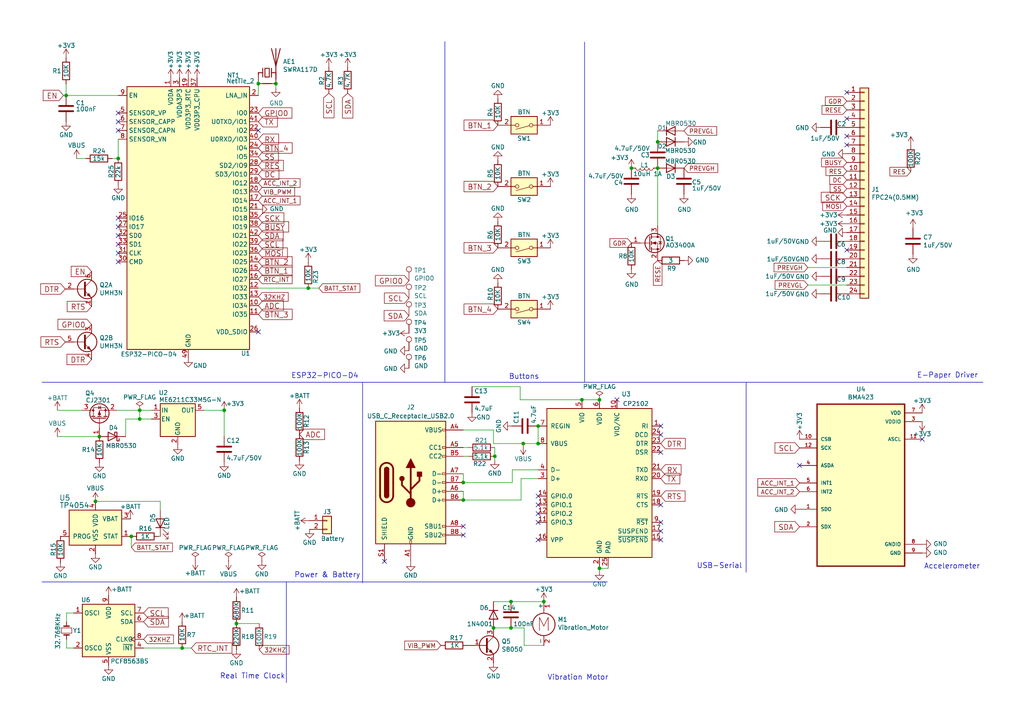
<source format=kicad_sch>
(kicad_sch (version 20230121) (generator eeschema)
  (paper "A4")
  (title_block (title "Watchy") (rev "2.0"))
  (junction (at 40.513 121.539))
  (junction (at 156.083 128.651))
  (junction (at 157.734 174.498))
  (junction (at 34.29 45.974))
  (junction (at 27.686 145.415))
  (junction (at 143.129 182.118))
  (junction (at 65.024 118.999))
  (junction (at 89.408 83.566))
  (junction (at 190.754 41.148))
  (junction (at 38.1 155.575))
  (junction (at 68.58 180.848))
  (junction (at 80.01 24.257))
  (junction (at 40.513 118.999))
  (junction (at 143.51 132.334))
  (junction (at 156.083 123.571))
  (junction (at 183.134 48.768))
  (junction (at 19.177 27.686))
  (junction (at 74.93 24.257))
  (junction (at 151.765 128.651))
  (junction (at 148.209 174.498))
  (junction (at 28.829 126.619))
  (junction (at 168.783 115.951))
  (junction (at 148.209 182.118))
  (junction (at 190.754 48.768))
  (junction (at 134.366 139.954))
  (junction (at 52.832 187.96))
  (junction (at 134.366 145.034))
  (junction (at 173.863 164.846))
  (junction (at 173.863 115.951))
  (no_connect (at 111.506 162.814))
  (no_connect (at 191.643 154.051))
  (no_connect (at 245.618 34.417))
  (no_connect (at 191.643 126.111))
  (no_connect (at 231.902 135.001))
  (no_connect (at 156.083 143.891))
  (no_connect (at 267.462 127.381))
  (no_connect (at 178.943 115.951))
  (no_connect (at 34.29 37.846))
  (no_connect (at 245.618 42.037))
  (no_connect (at 34.29 35.306))
  (no_connect (at 156.083 156.591))
  (no_connect (at 34.29 63.246))
  (no_connect (at 134.366 152.654))
  (no_connect (at 156.083 148.971))
  (no_connect (at 34.29 65.786))
  (no_connect (at 245.618 26.797))
  (no_connect (at 156.083 146.431))
  (no_connect (at 191.643 131.191))
  (no_connect (at 245.618 39.497))
  (no_connect (at 156.083 151.511))
  (no_connect (at 34.29 73.406))
  (no_connect (at 134.366 155.194))
  (no_connect (at 191.643 123.571))
  (no_connect (at 191.643 156.591))
  (no_connect (at 34.29 32.766))
  (no_connect (at 34.29 75.946))
  (no_connect (at 74.93 96.266))
  (no_connect (at 34.29 70.866))
  (no_connect (at 191.643 146.431))
  (no_connect (at 191.643 151.511))
  (no_connect (at 34.29 68.326))
  (no_connect (at 74.93 37.846))
  (no_connect (at 245.618 72.517))
  (wire (pts (xy 38.354 155.575) (xy 38.1 155.575)))
  (wire (pts (xy 80.01 24.257) (xy 80.01 23.622)))
  (wire (pts (xy 136.906 112.141) (xy 150.876 112.141)))
  (wire (pts (xy 74.93 24.257) (xy 74.93 23.622)))
  (wire (pts (xy 143.129 124.714) (xy 143.129 128.651)))
  (wire (pts (xy 19.177 24.384) (xy 19.177 27.686)))
  (wire (pts (xy 19.304 180.34) (xy 19.304 177.8)))
  (wire (pts (xy 40.513 118.999) (xy 40.513 121.539)))
  (wire (pts (xy 27.686 145.415) (xy 46.482 145.415)))
  (wire (pts (xy 143.129 174.498) (xy 148.209 174.498)))
  (wire (pts (xy 245.618 82.677) (xy 234.315 82.677)))
  (polyline (pts (xy 129.032 12.065) (xy 129.032 110.871)))
  (wire (pts (xy 151.13 138.811) (xy 151.13 145.034)))
  (wire (pts (xy 173.863 164.846) (xy 173.863 164.211)))
  (wire (pts (xy 152.019 182.118) (xy 152.019 187.198)))
  (wire (pts (xy 59.182 118.999) (xy 65.024 118.999)))
  (wire (pts (xy 40.513 118.999) (xy 43.942 118.999)))
  (wire (pts (xy 28.829 126.619) (xy 16.637 126.619)))
  (wire (pts (xy 41.656 187.96) (xy 52.832 187.96)))
  (wire (pts (xy 40.513 121.539) (xy 43.942 121.539)))
  (wire (pts (xy 19.304 185.42) (xy 19.304 187.96)))
  (wire (pts (xy 32.512 45.974) (xy 34.29 45.974)))
  (wire (pts (xy 134.366 137.414) (xy 134.366 139.954)))
  (wire (pts (xy 151.765 128.651) (xy 156.083 128.651)))
  (wire (pts (xy 134.366 129.794) (xy 135.89 129.794)))
  (wire (pts (xy 148.59 136.271) (xy 148.59 139.954)))
  (wire (pts (xy 36.449 126.619) (xy 36.449 121.539)))
  (wire (pts (xy 143.129 128.651) (xy 151.765 128.651)))
  (wire (pts (xy 18.415 27.686) (xy 19.177 27.686)))
  (wire (pts (xy 176.403 164.211) (xy 176.403 164.846)))
  (wire (pts (xy 134.366 142.494) (xy 134.366 145.034)))
  (wire (pts (xy 152.019 187.198) (xy 157.734 187.198)))
  (wire (pts (xy 134.366 132.334) (xy 135.89 132.334)))
  (wire (pts (xy 33.909 118.999) (xy 40.513 118.999)))
  (wire (pts (xy 150.876 112.141) (xy 150.876 115.951)))
  (wire (pts (xy 119.126 163.068) (xy 119.126 162.814)))
  (wire (pts (xy 143.51 129.794) (xy 143.51 132.334)))
  (wire (pts (xy 74.93 83.566) (xy 89.408 83.566)))
  (wire (pts (xy 176.403 164.846) (xy 173.863 164.846)))
  (wire (pts (xy 143.51 132.334) (xy 143.51 133.477)))
  (wire (pts (xy 134.366 139.954) (xy 148.59 139.954)))
  (polyline (pts (xy 83.058 168.783) (xy 83.058 197.993)))
  (wire (pts (xy 173.863 165.608) (xy 173.863 164.846)))
  (polyline (pts (xy 12.192 110.871) (xy 285.115 110.871)))
  (wire (pts (xy 148.209 182.118) (xy 152.019 182.118)))
  (wire (pts (xy 46.482 145.415) (xy 46.482 147.955)))
  (wire (pts (xy 22.225 45.974) (xy 24.892 45.974)))
  (wire (pts (xy 19.177 27.686) (xy 34.29 27.686)))
  (wire (pts (xy 151.13 145.034) (xy 134.366 145.034)))
  (wire (pts (xy 46.482 155.575) (xy 45.974 155.575)))
  (wire (pts (xy 74.93 27.686) (xy 74.93 24.257)))
  (wire (pts (xy 190.754 48.768) (xy 190.754 65.405)))
  (wire (pts (xy 168.783 115.951) (xy 173.863 115.951)))
  (wire (pts (xy 245.618 77.597) (xy 234.315 77.597)))
  (wire (pts (xy 156.083 123.571) (xy 156.083 128.651)))
  (wire (pts (xy 156.083 136.271) (xy 148.59 136.271)))
  (wire (pts (xy 34.29 40.386) (xy 34.29 45.974)))
  (wire (pts (xy 134.366 124.714) (xy 143.129 124.714)))
  (polyline (pts (xy 105.156 110.871) (xy 105.156 169.037)))
  (wire (pts (xy 16.637 118.999) (xy 23.749 118.999)))
  (wire (pts (xy 65.024 118.999) (xy 65.024 126.492)))
  (wire (pts (xy 38.1 155.575) (xy 38.1 158.75)))
  (wire (pts (xy 148.209 182.118) (xy 143.129 182.118)))
  (wire (pts (xy 52.832 187.96) (xy 55.499 187.96)))
  (polyline (pts (xy 216.408 165.989) (xy 216.408 110.998)))
  (wire (pts (xy 19.304 177.8) (xy 21.336 177.8)))
  (wire (pts (xy 156.083 138.811) (xy 151.13 138.811)))
  (wire (pts (xy 89.408 83.566) (xy 92.456 83.566)))
  (wire (pts (xy 148.209 174.498) (xy 157.734 174.498)))
  (polyline (pts (xy 12.192 168.783) (xy 176.149 168.783)))
  (polyline (pts (xy 169.545 12.192) (xy 169.545 110.871)))
  (wire (pts (xy 36.449 121.539) (xy 40.513 121.539)))
  (wire (pts (xy 150.876 115.951) (xy 168.783 115.951)))
  (wire (pts (xy 190.754 41.148) (xy 190.754 37.973)))
  (wire (pts (xy 80.01 25.527) (xy 80.01 24.257)))
  (wire (pts (xy 75.184 180.848) (xy 68.58 180.848)))
  (wire (pts (xy 19.304 187.96) (xy 21.336 187.96)))
  (wire (pts (xy 151.765 128.651) (xy 151.765 129.286)))
  (wire (pts (xy 38.1 155.575) (xy 37.846 155.575)))
  (text "Accelerometer" (at 267.97 165.227 0) (effects (font (size 1.524 1.524)) (justify left bottom)))
  (text "E-Paper Driver" (at 265.938 109.855 0) (effects (font (size 1.524 1.524)) (justify left bottom)))
  (text "Real Time Clock" (at 63.754 197.104 0) (effects (font (size 1.524 1.524)) (justify left bottom)))
  (text "ESP32-PICO-D4" (at 84.455 109.982 0) (effects (font (size 1.524 1.524)) (justify left bottom)))
  (text "Power & Battery" (at 85.344 167.767 0) (effects (font (size 1.524 1.524)) (justify left bottom)))
  (text "Vibration Motor" (at 158.75 197.485 0) (effects (font (size 1.524 1.524)) (justify left bottom)))
  (text "Buttons" (at 147.574 110.236 0) (effects (font (size 1.524 1.524)) (justify left bottom)))
  (text "USB-Serial" (at 202.057 165.1 0) (effects (font (size 1.524 1.524)) (justify left bottom)))
  (global_label "SCL" (shape input) (at 41.656 177.8 0) (effects (font (size 1.524 1.524))) (property "Intersheetrefs" "${INTERSHEET_REFS}" (effects hide)))
  (global_label "SCL" (shape input) (at 74.93 70.866 0) (effects (font (size 1.524 1.524))) (property "Intersheetrefs" "${INTERSHEET_REFS}" (effects hide)))
  (global_label "BUSY" (shape input) (at 245.618 47.117 180) (property "Intersheetrefs" "${INTERSHEET_REFS}" (effects hide)))
  (global_label "DTR" (shape input) (at 18.923 83.82 180) (effects (font (size 1.524 1.524))) (property "Intersheetrefs" "${INTERSHEET_REFS}" (effects hide)))
  (global_label "VIB_PWM" (shape input) (at 127.889 187.198 180) (property "Intersheetrefs" "${INTERSHEET_REFS}" (effects hide)))
  (global_label "DC" (shape input) (at 74.93 50.546 0) (effects (font (size 1.524 1.524))) (property "Intersheetrefs" "${INTERSHEET_REFS}" (effects hide)))
  (global_label "PREVGL" (shape input) (at 234.315 82.677 180) (property "Intersheetrefs" "${INTERSHEET_REFS}" (effects hide)))
  (global_label "RX" (shape input) (at 74.93 40.386 0) (effects (font (size 1.524 1.524))) (property "Intersheetrefs" "${INTERSHEET_REFS}" (effects hide)))
  (global_label "ADC" (shape input) (at 74.93 88.646 0) (effects (font (size 1.524 1.524))) (property "Intersheetrefs" "${INTERSHEET_REFS}" (effects hide)))
  (global_label "RTS" (shape input) (at 26.543 88.9 180) (effects (font (size 1.524 1.524))) (property "Intersheetrefs" "${INTERSHEET_REFS}" (effects hide)))
  (global_label "RES" (shape input) (at 74.93 48.006 0) (effects (font (size 1.524 1.524))) (property "Intersheetrefs" "${INTERSHEET_REFS}" (effects hide)))
  (global_label "MOSI" (shape input) (at 245.618 59.817 180) (property "Intersheetrefs" "${INTERSHEET_REFS}" (effects hide)))
  (global_label "ACC_INT_1" (shape input) (at 231.902 140.081 180) (property "Intersheetrefs" "${INTERSHEET_REFS}" (effects hide)))
  (global_label "DTR" (shape input) (at 26.543 104.267 180) (effects (font (size 1.524 1.524))) (property "Intersheetrefs" "${INTERSHEET_REFS}" (effects hide)))
  (global_label "PREVGL" (shape input) (at 198.374 37.973 0) (property "Intersheetrefs" "${INTERSHEET_REFS}" (effects hide)))
  (global_label "TX" (shape input) (at 191.643 138.811 0) (effects (font (size 1.524 1.524))) (property "Intersheetrefs" "${INTERSHEET_REFS}" (effects hide)))
  (global_label "BTN_2" (shape input) (at 144.399 54.102 180) (effects (font (size 1.524 1.524))) (property "Intersheetrefs" "${INTERSHEET_REFS}" (effects hide)))
  (global_label "SDA" (shape input) (at 231.902 152.781 180) (effects (font (size 1.524 1.524))) (property "Intersheetrefs" "${INTERSHEET_REFS}" (effects hide)))
  (global_label "DC" (shape input) (at 245.618 52.197 180) (property "Intersheetrefs" "${INTERSHEET_REFS}" (effects hide)))
  (global_label "BTN_2" (shape input) (at 74.93 75.946 0) (effects (font (size 1.524 1.524))) (property "Intersheetrefs" "${INTERSHEET_REFS}" (effects hide)))
  (global_label "MOSI" (shape input) (at 74.93 73.406 0) (effects (font (size 1.524 1.524))) (property "Intersheetrefs" "${INTERSHEET_REFS}" (effects hide)))
  (global_label "SDA" (shape input) (at 118.618 91.567 180) (effects (font (size 1.524 1.524))) (property "Intersheetrefs" "${INTERSHEET_REFS}" (effects hide)))
  (global_label "GPIO0" (shape input) (at 26.543 94.107 180) (effects (font (size 1.524 1.524))) (property "Intersheetrefs" "${INTERSHEET_REFS}" (effects hide)))
  (global_label "SDA" (shape input) (at 74.93 68.326 0) (effects (font (size 1.524 1.524))) (property "Intersheetrefs" "${INTERSHEET_REFS}" (effects hide)))
  (global_label "BATT_STAT" (shape input) (at 92.456 83.566 0) (property "Intersheetrefs" "${INTERSHEET_REFS}" (effects hide)))
  (global_label "BTN_3" (shape input) (at 74.93 91.186 0) (effects (font (size 1.524 1.524))) (property "Intersheetrefs" "${INTERSHEET_REFS}" (effects hide)))
  (global_label "SCK" (shape input) (at 245.618 57.277 180) (effects (font (size 1.524 1.524))) (property "Intersheetrefs" "${INTERSHEET_REFS}" (effects hide)))
  (global_label "SDA" (shape input) (at 100.838 27.051 270) (effects (font (size 1.524 1.524))) (property "Intersheetrefs" "${INTERSHEET_REFS}" (effects hide)))
  (global_label "SCK" (shape input) (at 74.93 63.246 0) (effects (font (size 1.524 1.524))) (property "Intersheetrefs" "${INTERSHEET_REFS}" (effects hide)))
  (global_label "ACC_INT_2" (shape input) (at 231.902 142.621 180) (property "Intersheetrefs" "${INTERSHEET_REFS}" (effects hide)))
  (global_label "RES" (shape input) (at 264.16 49.784 180) (property "Intersheetrefs" "${INTERSHEET_REFS}" (effects hide)))
  (global_label "BTN_4" (shape input) (at 144.399 89.662 180) (effects (font (size 1.524 1.524))) (property "Intersheetrefs" "${INTERSHEET_REFS}" (effects hide)))
  (global_label "32KHZ" (shape input) (at 75.184 188.468 0) (property "Intersheetrefs" "${INTERSHEET_REFS}" (effects hide)))
  (global_label "SDA" (shape input) (at 41.656 180.34 0) (effects (font (size 1.524 1.524))) (property "Intersheetrefs" "${INTERSHEET_REFS}" (effects hide)))
  (global_label "RESE" (shape input) (at 190.754 75.565 270) (property "Intersheetrefs" "${INTERSHEET_REFS}" (effects hide)))
  (global_label "SCL" (shape input) (at 118.618 86.487 180) (effects (font (size 1.524 1.524))) (property "Intersheetrefs" "${INTERSHEET_REFS}" (effects hide)))
  (global_label "BTN_1" (shape input) (at 74.93 78.486 0) (effects (font (size 1.524 1.524))) (property "Intersheetrefs" "${INTERSHEET_REFS}" (effects hide)))
  (global_label "BUSY" (shape input) (at 74.93 65.786 0) (effects (font (size 1.524 1.524))) (property "Intersheetrefs" "${INTERSHEET_REFS}" (effects hide)))
  (global_label "SS" (shape input) (at 74.93 45.466 0) (effects (font (size 1.524 1.524))) (property "Intersheetrefs" "${INTERSHEET_REFS}" (effects hide)))
  (global_label "BTN_4" (shape input) (at 74.93 42.926 0) (effects (font (size 1.524 1.524))) (property "Intersheetrefs" "${INTERSHEET_REFS}" (effects hide)))
  (global_label "EN" (shape input) (at 26.543 78.74 180) (effects (font (size 1.524 1.524))) (property "Intersheetrefs" "${INTERSHEET_REFS}" (effects hide)))
  (global_label "TX" (shape input) (at 74.93 35.306 0) (effects (font (size 1.524 1.524))) (property "Intersheetrefs" "${INTERSHEET_REFS}" (effects hide)))
  (global_label "GDR" (shape input) (at 183.134 70.485 180) (property "Intersheetrefs" "${INTERSHEET_REFS}" (effects hide)))
  (global_label "RTC_INT" (shape input) (at 74.93 81.026 0) (property "Intersheetrefs" "${INTERSHEET_REFS}" (effects hide)))
  (global_label "BATT_STAT" (shape input) (at 38.1 158.75 0) (property "Intersheetrefs" "${INTERSHEET_REFS}" (effects hide)))
  (global_label "RX" (shape input) (at 191.643 136.271 0) (effects (font (size 1.524 1.524))) (property "Intersheetrefs" "${INTERSHEET_REFS}" (effects hide)))
  (global_label "BTN_1" (shape input) (at 144.399 36.322 180) (effects (font (size 1.524 1.524))) (property "Intersheetrefs" "${INTERSHEET_REFS}" (effects hide)))
  (global_label "ACC_INT_2" (shape input) (at 74.93 53.086 0) (property "Intersheetrefs" "${INTERSHEET_REFS}" (effects hide)))
  (global_label "RTS" (shape input) (at 18.923 99.187 180) (effects (font (size 1.524 1.524))) (property "Intersheetrefs" "${INTERSHEET_REFS}" (effects hide)))
  (global_label "PREVGH" (shape input) (at 234.315 77.597 180) (property "Intersheetrefs" "${INTERSHEET_REFS}" (effects hide)))
  (global_label "SCL" (shape input) (at 95.377 27.051 270) (effects (font (size 1.524 1.524))) (property "Intersheetrefs" "${INTERSHEET_REFS}" (effects hide)))
  (global_label "ACC_INT_1" (shape input) (at 74.93 58.166 0) (property "Intersheetrefs" "${INTERSHEET_REFS}" (effects hide)))
  (global_label "RES" (shape input) (at 245.618 49.657 180) (property "Intersheetrefs" "${INTERSHEET_REFS}" (effects hide)))
  (global_label "SS" (shape input) (at 245.618 54.737 180) (property "Intersheetrefs" "${INTERSHEET_REFS}" (effects hide)))
  (global_label "RESE" (shape input) (at 245.618 31.877 180) (property "Intersheetrefs" "${INTERSHEET_REFS}" (effects hide)))
  (global_label "BTN_3" (shape input) (at 144.399 71.882 180) (effects (font (size 1.524 1.524))) (property "Intersheetrefs" "${INTERSHEET_REFS}" (effects hide)))
  (global_label "GPIO0" (shape input) (at 74.93 32.766 0) (effects (font (size 1.524 1.524))) (property "Intersheetrefs" "${INTERSHEET_REFS}" (effects hide)))
  (global_label "ADC" (shape input) (at 86.868 125.984 0) (effects (font (size 1.524 1.524))) (property "Intersheetrefs" "${INTERSHEET_REFS}" (effects hide)))
  (global_label "EN" (shape input) (at 18.415 27.686 180) (effects (font (size 1.524 1.524))) (property "Intersheetrefs" "${INTERSHEET_REFS}" (effects hide)))
  (global_label "SCL" (shape input) (at 231.902 129.921 180) (effects (font (size 1.524 1.524))) (property "Intersheetrefs" "${INTERSHEET_REFS}" (effects hide)))
  (global_label "GPIO0" (shape input) (at 118.618 81.407 180) (effects (font (size 1.524 1.524))) (property "Intersheetrefs" "${INTERSHEET_REFS}" (effects hide)))
  (global_label "RTS" (shape input) (at 191.643 143.891 0) (effects (font (size 1.524 1.524))) (property "Intersheetrefs" "${INTERSHEET_REFS}" (effects hide)))
  (global_label "VIB_PWM" (shape input) (at 74.93 55.626 0) (property "Intersheetrefs" "${INTERSHEET_REFS}" (effects hide)))
  (global_label "32KHZ" (shape input) (at 41.656 185.42 0) (property "Intersheetrefs" "${INTERSHEET_REFS}" (effects hide)))
  (global_label "RTC_INT" (shape input) (at 55.499 187.96 0) (effects (font (size 1.524 1.524))) (property "Intersheetrefs" "${INTERSHEET_REFS}" (effects hide)))
  (global_label "DTR" (shape input) (at 191.643 128.651 0) (effects (font (size 1.524 1.524))) (property "Intersheetrefs" "${INTERSHEET_REFS}" (effects hide)))
  (global_label "32KHZ" (shape input) (at 74.93 86.106 0) (property "Intersheetrefs" "${INTERSHEET_REFS}" (effects hide)))
  (global_label "GDR" (shape input) (at 245.618 29.337 180) (property "Intersheetrefs" "${INTERSHEET_REFS}" (effects hide)))
  (global_label "PREVGH" (shape input) (at 198.374 48.768 0) (property "Intersheetrefs" "${INTERSHEET_REFS}" (effects hide)))
  (symbol (lib_id "power:GND") (at 54.61 103.886 0) (unit 1)
    (property "Reference" "#PWR036" (effects hide))
    (property "Value" "GND" (at 58.039 106.045 0))
  )
  (symbol (lib_id "power:+3V3") (at 19.177 16.764 0) (unit 1)
    (property "Reference" "#PWR01" (effects hide))
    (property "Value" "+3V3" (at 19.177 13.208 0))
  )
  (symbol (lib_id "Device:R") (at 19.177 20.574 0) (unit 1)
    (property "Reference" "R1" (at 16.51 20.574 0))
    (property "Value" "10K" (at 19.177 20.574 90))
    (property "Footprint" "Resistors_SMD:R_0402" (effects hide))
  )
  (symbol (lib_id "Device:C") (at 19.177 31.496 0) (unit 1)
    (property "Reference" "C1" (at 21.971 29.845 0) (effects (justify left)))
    (property "Value" "100nF" (at 21.971 31.623 0) (effects (justify left)))
    (property "Footprint" "Capacitor_SMD:C_0603_1608Metric" (effects hide))
  )
  (symbol (lib_id "power:GND") (at 19.177 35.306 0) (unit 1)
    (property "Reference" "#PWR011" (effects hide))
    (property "Value" "GND" (at 19.177 39.116 0))
  )
  (symbol (lib_id "Device:R") (at 86.868 122.174 0) (unit 1)
    (property "Reference" "R12" (at 88.9 122.174 90))
    (property "Value" "100K" (at 86.868 122.174 90))
    (property "Footprint" "Resistors_SMD:R_0402" (effects hide))
  )
  (symbol (lib_id "Device:R") (at 86.868 129.794 0) (unit 1)
    (property "Reference" "R13" (at 88.9 129.794 90))
    (property "Value" "100K" (at 86.868 129.794 90))
    (property "Footprint" "Resistors_SMD:R_0402" (effects hide))
  )
  (symbol (lib_id "power:GND") (at 86.868 133.604 0) (unit 1)
    (property "Reference" "#PWR046" (effects hide))
    (property "Value" "GND" (at 86.868 137.414 0))
  )
  (symbol (lib_id "power:+BATT") (at 86.868 118.364 0) (unit 1)
    (property "Reference" "#PWR037" (effects hide))
    (property "Value" "+BATT" (at 86.868 114.808 0))
  )
  (symbol (lib_id "Regulator_Linear:TLV70033_SOT23-5") (at 51.562 121.539 0) (unit 1)
    (property "Reference" "U2" (at 47.371 113.919 0))
    (property "Value" "ME6211C33M5G-N" (at 46.101 115.951 0) (effects (justify left)))
    (property "Footprint" "TO_SOT_Packages_SMD:SOT-23-5" (effects hide))
  )
  (symbol (lib_id "power:+BATT") (at 16.637 118.999 0) (unit 1)
    (property "Reference" "#PWR038" (effects hide))
    (property "Value" "+BATT" (at 16.637 115.443 0))
  )
  (symbol (lib_id "Transistor_FET:BSS83P") (at 28.829 121.539 90) (unit 1)
    (property "Reference" "Q4" (at 27.432 114.046 90) (effects (justify left)))
    (property "Value" "CJ2301" (at 32.131 116.078 90) (effects (justify left)))
    (property "Footprint" "TO_SOT_Packages_SMD:SOT-23" (effects hide))
  )
  (symbol (lib_id "power:VBUS") (at 16.637 126.619 0) (unit 1)
    (property "Reference" "#PWR043" (effects hide))
    (property "Value" "VBUS" (at 16.637 122.809 0))
  )
  (symbol (lib_id "Device:R") (at 28.829 130.429 0) (unit 1)
    (property "Reference" "R14" (at 25.654 130.429 0))
    (property "Value" "10K" (at 28.829 130.429 90))
    (property "Footprint" "Resistors_SMD:R_0402" (effects hide))
  )
  (symbol (lib_id "power:GND") (at 28.829 134.239 0) (unit 1)
    (property "Reference" "#PWR048" (effects hide))
    (property "Value" "GND" (at 28.829 138.049 0))
  )
  (symbol (lib_id "Device:D_Schottky") (at 32.639 126.619 180) (unit 1)
    (property "Reference" "D4" (at 32.893 124.079 0))
    (property "Value" "MBR0530" (at 35.179 129.286 0))
    (property "Footprint" "Diodes_SMD:D_SOD-123" (effects hide))
  )
  (symbol (lib_id "Device:C") (at 65.024 130.302 0) (unit 1)
    (property "Reference" "C12" (at 65.659 127.762 0) (effects (justify left)))
    (property "Value" "4.7uF/50V" (at 65.659 132.842 0) (effects (justify left)))
    (property "Footprint" "Capacitors_SMD:C_0805" (effects hide))
  )
  (symbol (lib_id "power:GND") (at 51.562 129.159 0) (unit 1)
    (property "Reference" "#PWR044" (effects hide))
    (property "Value" "GND" (at 51.562 132.969 0))
  )
  (symbol (lib_id "power:+3V3") (at 65.024 118.999 0) (unit 1)
    (property "Reference" "#PWR039" (effects hide))
    (property "Value" "+3V3" (at 68.199 117.094 0))
  )
  (symbol (lib_id "power:GND") (at 65.024 134.112 0) (unit 1)
    (property "Reference" "#PWR047" (effects hide))
    (property "Value" "GND" (at 65.024 137.922 0))
  )
  (symbol (lib_id "Watchy-rescue:MCP73831-2-OT-Battery_Management") (at 27.686 153.035 0) (unit 1)
    (property "Reference" "U5" (at 18.796 144.399 0) (effects (font (size 1.524 1.524))))
    (property "Value" "TP4054" (at 21.59 146.558 0) (effects (font (size 1.524 1.524))))
    (property "Footprint" "TO_SOT_Packages_SMD:SOT-23-5" (effects hide))
  )
  (symbol (lib_id "power:VBUS") (at 27.686 145.415 0) (unit 1)
    (property "Reference" "#PWR052" (effects hide))
    (property "Value" "VBUS" (at 27.686 141.605 0))
  )
  (symbol (lib_id "Device:R") (at 42.164 155.575 270) (unit 1)
    (property "Reference" "R16" (at 42.164 153.289 90))
    (property "Value" "1K" (at 42.164 155.575 90))
    (property "Footprint" "Resistors_SMD:R_0402" (effects hide))
  )
  (symbol (lib_id "Device:LED") (at 46.482 151.765 90) (unit 1)
    (property "Reference" "D5" (at 44.323 150.241 0))
    (property "Value" "LED" (at 48.387 151.765 0))
    (property "Footprint" "LEDs:LED_0603" (effects hide))
  )
  (symbol (lib_id "power:GND") (at 27.686 160.655 0) (unit 1)
    (property "Reference" "#PWR057" (effects hide))
    (property "Value" "GND" (at 27.686 164.465 0))
  )
  (symbol (lib_id "Device:R") (at 17.526 159.385 180) (unit 1)
    (property "Reference" "R15" (at 15.494 159.385 90))
    (property "Value" "10K" (at 17.526 159.385 90))
    (property "Footprint" "Resistors_SMD:R_0402" (effects hide))
  )
  (symbol (lib_id "power:GND") (at 17.526 163.195 0) (unit 1)
    (property "Reference" "#PWR055" (effects hide))
    (property "Value" "GND" (at 17.526 167.005 0))
  )
  (symbol (lib_id "power:+BATT") (at 37.846 150.495 0) (unit 1)
    (property "Reference" "#PWR053" (effects hide))
    (property "Value" "+BATT" (at 37.846 146.939 0))
  )
  (symbol (lib_id "Connector_Generic:Conn_01x02") (at 94.869 151.003 0) (unit 1)
    (property "Reference" "J3" (at 94.869 148.463 0))
    (property "Value" "Battery" (at 96.52 156.21 0))
    (property "Footprint" "Watchy:1.25T-2PWT (Molex 532610271)" (effects hide))
  )
  (symbol (lib_id "power:+BATT") (at 89.789 151.003 90) (unit 1)
    (property "Reference" "#PWR054" (effects hide))
    (property "Value" "+BATT" (at 86.233 151.003 0))
  )
  (symbol (lib_id "power:GND") (at 89.789 153.543 0) (unit 1)
    (property "Reference" "#PWR056" (effects hide))
    (property "Value" "GND" (at 89.789 157.353 0))
  )
  (symbol (lib_id "power:VBUS") (at 151.765 129.286 180) (unit 1)
    (property "Reference" "#PWR045" (effects hide))
    (property "Value" "VBUS" (at 151.765 133.096 0))
  )
  (symbol (lib_id "power:GND") (at 119.126 163.068 0) (unit 1)
    (property "Reference" "#PWR050" (effects hide))
    (property "Value" "GND" (at 119.126 166.878 0))
  )
  (symbol (lib_id "Watchy-rescue:CP2104-Interface_USB") (at 173.863 138.811 0) (unit 1)
    (property "Reference" "U3" (at 183.007 114.3 0) (effects (justify right)))
    (property "Value" "CP2102" (at 188.214 117.094 0) (effects (justify right)))
    (property "Footprint" "Package_DFN_QFN:QFN-24-1EP_4x4mm_P0.5mm_EP2.6x2.6mm" (effects hide))
  )
  (symbol (lib_id "Device:C") (at 152.273 123.571 90) (unit 1)
    (property "Reference" "C11" (at 149.733 122.936 0) (effects (justify left)))
    (property "Value" "4.7uF" (at 154.813 122.936 0) (effects (justify left)))
    (property "Footprint" "Capacitor_SMD:C_0402_1005Metric" (effects hide))
  )
  (symbol (lib_id "power:GND") (at 148.463 123.571 270) (unit 1)
    (property "Reference" "#PWR042" (effects hide))
    (property "Value" "GND" (at 144.653 123.571 0))
  )
  (symbol (lib_id "power:GND") (at 173.863 165.608 0) (unit 1)
    (property "Reference" "#PWR060" (effects hide))
    (property "Value" "GND" (at 173.863 169.418 0))
  )
  (symbol (lib_id "power:GND") (at 31.496 193.04 0) (unit 1)
    (property "Reference" "#PWR064" (effects hide))
    (property "Value" "GND" (at 31.496 196.85 0))
  )
  (symbol (lib_id "Switch:SW_DIP_x01") (at 152.019 36.322 180) (unit 1)
    (property "Reference" "SW1" (at 152.019 40.132 0))
    (property "Value" "BTN" (at 152.019 32.512 0))
    (property "Footprint" "Watchy:K2-1114SA-A4SW-06" (effects hide))
  )
  (symbol (lib_id "power:GND") (at 144.399 28.702 180) (unit 1)
    (property "Reference" "#PWR09" (effects hide))
    (property "Value" "GND" (at 144.399 24.892 0))
  )
  (symbol (lib_id "power:PWR_FLAG") (at 173.863 115.951 0) (unit 1)
    (property "Reference" "#FLG01" (effects hide))
    (property "Value" "PWR_FLAG" (at 173.863 112.141 0))
  )
  (symbol (lib_id "power:PWR_FLAG") (at 40.513 118.999 0) (unit 1)
    (property "Reference" "#FLG02" (effects hide))
    (property "Value" "PWR_FLAG" (at 40.513 115.189 0))
  )
  (symbol (lib_id "power:+BATT") (at 31.496 172.72 0) (unit 1)
    (property "Reference" "#PWR061" (effects hide))
    (property "Value" "+BATT" (at 35.306 170.942 0))
  )
  (symbol (lib_id "Device:R") (at 144.399 32.512 0) (unit 1)
    (property "Reference" "R4" (at 142.24 33.909 90) (effects (justify left)))
    (property "Value" "10K" (at 144.399 34.417 90) (effects (justify left)))
    (property "Footprint" "Resistors_SMD:R_0402" (effects hide))
  )
  (symbol (lib_id "power:+3V3") (at 159.639 36.322 0) (unit 1)
    (property "Reference" "#PWR010" (effects hide))
    (property "Value" "+3V3" (at 159.639 32.766 0))
  )
  (symbol (lib_id "Switch:SW_DIP_x01") (at 152.019 54.102 180) (unit 1)
    (property "Reference" "SW2" (at 152.019 57.912 0))
    (property "Value" "BTN" (at 152.019 50.292 0))
    (property "Footprint" "Watchy:K2-1114SA-A4SW-06" (effects hide))
  )
  (symbol (lib_id "power:GND") (at 144.399 46.482 180) (unit 1)
    (property "Reference" "#PWR015" (effects hide))
    (property "Value" "GND" (at 144.399 42.672 0))
  )
  (symbol (lib_id "Device:R") (at 144.399 50.292 0) (unit 1)
    (property "Reference" "R5" (at 142.24 51.689 90) (effects (justify left)))
    (property "Value" "10K" (at 144.399 52.197 90) (effects (justify left)))
    (property "Footprint" "Resistors_SMD:R_0402" (effects hide))
  )
  (symbol (lib_id "power:+3V3") (at 159.639 54.102 0) (unit 1)
    (property "Reference" "#PWR017" (effects hide))
    (property "Value" "+3V3" (at 159.639 50.546 0))
  )
  (symbol (lib_id "Switch:SW_DIP_x01") (at 152.019 71.882 180) (unit 1)
    (property "Reference" "SW3" (at 152.019 75.692 0))
    (property "Value" "BTN" (at 152.019 68.072 0))
    (property "Footprint" "Watchy:K2-1114SA-A4SW-06" (effects hide))
  )
  (symbol (lib_id "power:GND") (at 144.399 64.262 180) (unit 1)
    (property "Reference" "#PWR022" (effects hide))
    (property "Value" "GND" (at 144.399 60.452 0))
  )
  (symbol (lib_id "Device:R") (at 144.399 68.072 0) (unit 1)
    (property "Reference" "R6" (at 142.24 69.469 90) (effects (justify left)))
    (property "Value" "10K" (at 144.399 69.977 90) (effects (justify left)))
    (property "Footprint" "Resistors_SMD:R_0402" (effects hide))
  )
  (symbol (lib_id "power:+3V3") (at 159.639 71.882 0) (unit 1)
    (property "Reference" "#PWR027" (effects hide))
    (property "Value" "+3V3" (at 159.639 68.326 0))
  )
  (symbol (lib_id "Switch:SW_DIP_x01") (at 152.019 89.662 180) (unit 1)
    (property "Reference" "SW4" (at 152.019 93.472 0))
    (property "Value" "BTN" (at 152.019 85.852 0))
    (property "Footprint" "Watchy:K2-1114SA-A4SW-06" (effects hide))
  )
  (symbol (lib_id "power:GND") (at 144.399 82.042 180) (unit 1)
    (property "Reference" "#PWR033" (effects hide))
    (property "Value" "GND" (at 144.399 78.232 0))
  )
  (symbol (lib_id "Device:R") (at 144.399 85.852 0) (unit 1)
    (property "Reference" "R10" (at 142.24 87.249 90) (effects (justify left)))
    (property "Value" "10K" (at 144.399 87.757 90) (effects (justify left)))
    (property "Footprint" "Resistors_SMD:R_0402" (effects hide))
  )
  (symbol (lib_id "power:+3V3") (at 159.639 89.662 0) (unit 1)
    (property "Reference" "#PWR035" (effects hide))
    (property "Value" "+3V3" (at 159.639 86.106 0))
  )
  (symbol (lib_id "Device:R") (at 95.377 23.241 0) (unit 1)
    (property "Reference" "R2" (at 93.345 24.765 90) (effects (justify left)))
    (property "Value" "4.7K" (at 95.377 25.527 90) (effects (justify left)))
    (property "Footprint" "Resistors_SMD:R_0402" (effects hide))
  )
  (symbol (lib_id "power:+3V3") (at 95.377 19.431 0) (unit 1)
    (property "Reference" "#PWR02" (effects hide))
    (property "Value" "+3V3" (at 95.377 15.875 0))
  )
  (symbol (lib_id "Device:R") (at 100.838 23.241 0) (unit 1)
    (property "Reference" "R3" (at 98.806 24.765 90) (effects (justify left)))
    (property "Value" "4.7K" (at 100.838 25.527 90) (effects (justify left)))
    (property "Footprint" "Resistors_SMD:R_0402" (effects hide))
  )
  (symbol (lib_id "power:+3V3") (at 100.838 19.431 0) (unit 1)
    (property "Reference" "#PWR03" (effects hide))
    (property "Value" "+3V3" (at 100.838 15.875 0))
  )
  (symbol (lib_id "power:+3V3") (at 52.07 22.606 0) (unit 1)
    (property "Reference" "#PWR05" (effects hide))
    (property "Value" "+3V3" (at 52.07 17.399 90))
  )
  (symbol (lib_id "Device:Q_NPN_BEC") (at 140.589 187.198 0) (unit 1)
    (property "Reference" "Q5" (at 145.4404 186.0296 0) (effects (justify left)))
    (property "Value" "S8050" (at 145.4404 188.341 0) (effects (justify left)))
    (property "Footprint" "TO_SOT_Packages_SMD:SOT-23" (effects hide))
  )
  (symbol (lib_id "Device:R") (at 131.699 187.198 270) (unit 1)
    (property "Reference" "R17" (at 130.429 185.039 90) (effects (justify left)))
    (property "Value" "1K" (at 130.556 187.198 90) (effects (justify left)))
    (property "Footprint" "Resistors_SMD:R_0402" (effects hide))
  )
  (symbol (lib_id "power:GND") (at 143.129 192.278 0) (unit 1)
    (property "Reference" "#PWR063" (effects hide))
    (property "Value" "GND" (at 143.129 196.088 0))
  )
  (symbol (lib_id "Diode:1N4001") (at 143.129 178.308 270) (unit 1)
    (property "Reference" "D6" (at 139.065 176.276 90) (effects (justify left)))
    (property "Value" "1N4001" (at 135.382 180.975 90) (effects (justify left)))
    (property "Footprint" "Diodes_SMD:D_SOD-123F" (effects hide))
    (property "Datasheet" "http://www.vishay.com/docs/88503/1n4001.pdf" (effects hide))
  )
  (symbol (lib_id "Device:C") (at 148.209 178.308 0) (unit 1)
    (property "Reference" "C14" (at 145.669 176.276 0) (effects (justify left)))
    (property "Value" "100nF" (at 148.844 180.975 0) (effects (justify left)))
    (property "Footprint" "Capacitor_SMD:C_0603_1608Metric" (effects hide))
  )
  (symbol (lib_id "Motor:Motor_DC") (at 157.734 179.578 0) (unit 1)
    (property "Reference" "M1" (at 161.7472 179.6796 0) (effects (justify left)))
    (property "Value" "Vibration_Motor" (at 161.7472 181.991 0) (effects (justify left)))
    (property "Footprint" "Watchy:Motor_Header" (effects hide))
  )
  (symbol (lib_id "power:+3V3") (at 157.734 174.498 0) (unit 1)
    (property "Reference" "#PWR062" (effects hide))
    (property "Value" "+3V3" (at 157.734 170.942 0))
  )
  (symbol (lib_id "RF_Module:ESP32-PICO-D4") (at 54.61 63.246 0) (unit 1)
    (property "Reference" "U1" (at 71.247 102.489 0))
    (property "Value" "ESP32-PICO-D4" (at 43.18 102.743 0))
    (property "Footprint" "Housings_DFN_QFN:QFN-48-1EP_7x7mm_Pitch0.5mm" (effects hide))
    (property "Datasheet" "https://www.espressif.com/sites/default/files/documentation/esp32-pico-d4_datasheet_en.pdf" (effects hide))
  )
  (symbol (lib_id "power:+3V3") (at 49.53 22.606 0) (unit 1)
    (property "Reference" "#PWR04" (effects hide))
    (property "Value" "+3V3" (at 49.53 17.399 90))
  )
  (symbol (lib_id "power:+3V3") (at 54.61 22.606 0) (unit 1)
    (property "Reference" "#PWR06" (effects hide))
    (property "Value" "+3V3" (at 54.61 17.399 90))
  )
  (symbol (lib_id "power:+3V3") (at 57.15 22.606 0) (unit 1)
    (property "Reference" "#PWR07" (effects hide))
    (property "Value" "+3V3" (at 57.15 17.399 90))
  )
  (symbol (lib_id "Device:Antenna_Chip") (at 77.47 21.082 0) (unit 1)
    (property "Reference" "AE1" (at 82.042 17.8562 0) (effects (justify left)))
    (property "Value" "SWRA117D" (at 82.042 20.1676 0) (effects (justify left)))
    (property "Footprint" "Watchy:SWRA117D" (effects hide))
  )
  (symbol (lib_id "power:GND") (at 80.01 25.527 0) (unit 1)
    (property "Reference" "#PWR08" (effects hide))
    (property "Value" "GND" (at 80.137 29.9212 0))
  )
  (symbol (lib_id "power:+3V3") (at 267.462 119.761 0) (unit 1)
    (property "Reference" "#PWR040" (effects hide))
    (property "Value" "+3V3" (at 267.462 116.205 0))
  )
  (symbol (lib_id "power:GND") (at 74.93 60.706 90) (unit 1)
    (property "Reference" "#PWR020" (effects hide))
    (property "Value" "GND" (at 78.1812 60.579 90) (effects (justify right)))
  )
  (symbol (lib_name "BMA423_2") (lib_id "Watchy:BMA423") (at 249.682 140.081 0) (unit 1)
    (property "Reference" "U4" (at 249.682 112.903 0))
    (property "Value" "BMA423" (at 249.682 115.2144 0))
    (property "Footprint" "Housings_LGA:LGA-12_2x2mm_Pitch0.5mm" (effects hide))
    (property "Datasheet" "IC_BMA400" (effects hide))
    (property "Field4" "Bosch Sensortec" (effects hide))
  )
  (symbol (lib_id "power:GND") (at 231.902 147.701 270) (unit 1)
    (property "Reference" "#PWR051" (effects hide))
    (property "Value" "GND" (at 228.6508 147.828 90) (effects (justify right)))
  )
  (symbol (lib_id "power:+3V3") (at 267.462 122.301 180) (unit 1)
    (property "Reference" "#PWR041" (effects hide))
    (property "Value" "+3V3" (at 267.462 125.857 0))
  )
  (symbol (lib_id "power:GND") (at 267.462 157.861 90) (unit 1)
    (property "Reference" "#PWR058" (effects hide))
    (property "Value" "GND" (at 270.7132 157.734 90) (effects (justify right)))
  )
  (symbol (lib_id "power:GND") (at 267.462 160.401 90) (unit 1)
    (property "Reference" "#PWR059" (effects hide))
    (property "Value" "GND" (at 270.7132 160.274 90) (effects (justify right)))
  )
  (symbol (lib_id "Connector_Generic:Conn_01x24") (at 250.698 54.737 0) (unit 1)
    (property "Reference" "J1" (at 252.73 54.9402 0) (effects (justify left)))
    (property "Value" "FPC24(0.5MM)" (at 252.73 57.2516 0) (effects (justify left)))
    (property "Footprint" "Watchy:24_Pins_0.5mm_Pitch_ZIF_Connector_UP" (effects hide))
  )
  (symbol (lib_id "Device:C") (at 241.808 36.957 270) (unit 1)
    (property "Reference" "C2" (at 244.094 35.941 90))
    (property "Value" "1uF/50V" (at 239.268 40.132 90))
    (property "Footprint" "Capacitor_SMD:C_0603_1608Metric" (effects hide))
  )
  (symbol (lib_id "power:GND") (at 237.998 36.957 270) (unit 1)
    (property "Reference" "#PWR012" (effects hide))
    (property "Value" "GND" (at 234.7468 37.084 90) (effects (justify right)))
  )
  (symbol (lib_id "power:GND") (at 245.618 44.577 270) (unit 1)
    (property "Reference" "#PWR014" (effects hide))
    (property "Value" "GND" (at 242.3668 44.704 90) (effects (justify right)))
  )
  (symbol (lib_id "Watchy-rescue:+3.3V-power") (at 245.618 62.357 90) (unit 1)
    (property "Reference" "#PWR021" (effects hide))
    (property "Value" "+3.3V" (at 242.951 62.357 90) (effects (justify left)))
  )
  (symbol (lib_id "Watchy-rescue:+3.3V-power") (at 245.618 64.897 90) (unit 1)
    (property "Reference" "#PWR023" (effects hide))
    (property "Value" "+3.3V" (at 242.951 64.897 90) (effects (justify left)))
  )
  (symbol (lib_id "power:GND") (at 245.618 67.437 270) (unit 1)
    (property "Reference" "#PWR025" (effects hide))
    (property "Value" "GND" (at 242.824 66.802 90) (effects (justify right)))
  )
  (symbol (lib_id "Device:C") (at 241.808 69.977 270) (unit 1)
    (property "Reference" "C6" (at 243.967 70.866 90))
    (property "Value" "1uF/50V" (at 226.568 69.977 90))
    (property "Footprint" "Capacitor_SMD:C_0603_1608Metric" (effects hide))
  )
  (symbol (lib_id "Device:C") (at 241.808 75.057 270) (unit 1)
    (property "Reference" "C8" (at 243.967 75.946 90))
    (property "Value" "1uF/50V" (at 226.568 75.184 90))
    (property "Footprint" "Capacitor_SMD:C_0603_1608Metric" (effects hide))
  )
  (symbol (lib_id "Device:C") (at 241.808 80.137 270) (unit 1)
    (property "Reference" "C9" (at 243.967 81.026 90))
    (property "Value" "1uF/50V" (at 226.187 80.137 90))
    (property "Footprint" "Capacitor_SMD:C_0603_1608Metric" (effects hide))
  )
  (symbol (lib_id "Device:C") (at 241.808 85.217 270) (unit 1)
    (property "Reference" "C10" (at 244.729 86.233 90))
    (property "Value" "1uF/50V" (at 226.187 85.217 90))
    (property "Footprint" "Capacitor_SMD:C_0603_1608Metric" (effects hide))
  )
  (symbol (lib_id "power:GND") (at 237.998 69.977 270) (unit 1)
    (property "Reference" "#PWR026" (effects hide))
    (property "Value" "GND" (at 234.7468 70.104 90) (effects (justify right)))
  )
  (symbol (lib_id "power:GND") (at 237.998 75.057 270) (unit 1)
    (property "Reference" "#PWR029" (effects hide))
    (property "Value" "GND" (at 234.7468 75.184 90) (effects (justify right)))
  )
  (symbol (lib_id "power:GND") (at 237.998 80.137 270) (unit 1)
    (property "Reference" "#PWR032" (effects hide))
    (property "Value" "GND" (at 234.7468 80.264 90) (effects (justify right)))
  )
  (symbol (lib_id "power:GND") (at 237.998 85.217 270) (unit 1)
    (property "Reference" "#PWR034" (effects hide))
    (property "Value" "GND" (at 234.7468 85.344 90) (effects (justify right)))
  )
  (symbol (lib_id "Watchy-rescue:+3.3V-power") (at 264.795 66.167 0) (unit 1)
    (property "Reference" "#PWR024" (effects hide))
    (property "Value" "+3.3V" (at 265.176 61.7728 0))
  )
  (symbol (lib_id "Device:C") (at 264.795 69.977 0) (unit 1)
    (property "Reference" "C7" (at 267.716 68.8086 0) (effects (justify left)))
    (property "Value" "1uF/50V" (at 267.716 71.12 0) (effects (justify left)))
    (property "Footprint" "Capacitor_SMD:C_0603_1608Metric" (effects hide))
  )
  (symbol (lib_id "power:GND") (at 264.795 73.787 0) (unit 1)
    (property "Reference" "#PWR028" (effects hide))
    (property "Value" "GND" (at 264.922 78.1812 0))
  )
  (symbol (lib_id "Watchy-rescue:+3.3V-power") (at 183.134 48.768 0) (unit 1)
    (property "Reference" "#PWR016" (effects hide))
    (property "Value" "+3.3V" (at 179.705 45.72 0))
  )
  (symbol (lib_id "Device:C") (at 183.134 52.578 0) (unit 1)
    (property "Reference" "C4" (at 178.054 52.959 0) (effects (justify left)))
    (property "Value" "4.7uF/50V" (at 170.561 51.054 0) (effects (justify left)))
    (property "Footprint" "Capacitors_SMD:C_0805" (effects hide))
  )
  (symbol (lib_id "Device:L") (at 186.944 48.768 270) (unit 1)
    (property "Reference" "L1" (at 186.944 47.879 90))
    (property "Value" "10uH 1A" (at 187.833 50.419 90))
    (property "Footprint" "Inductors:Inductor_Taiyo-Yuden_NR-40xx" (effects hide))
  )
  (symbol (lib_id "power:GND") (at 183.134 56.388 0) (unit 1)
    (property "Reference" "#PWR018" (effects hide))
    (property "Value" "GND" (at 183.261 60.7822 0))
  )
  (symbol (lib_id "Device:C") (at 190.754 44.958 0) (unit 1)
    (property "Reference" "C3" (at 185.801 44.958 0) (effects (justify left)))
    (property "Value" "4.7uF/50V" (at 178.181 43.053 0) (effects (justify left)))
    (property "Footprint" "Capacitors_SMD:C_0805" (effects hide))
  )
  (symbol (lib_id "Device:D") (at 194.564 37.973 0) (unit 1)
    (property "Reference" "D1" (at 192.024 37.084 0))
    (property "Value" "MBR0530" (at 197.485 35.814 0))
    (property "Footprint" "Diodes_SMD:D_SOD-123" (effects hide))
  )
  (symbol (lib_id "Device:D") (at 194.564 41.148 180) (unit 1)
    (property "Reference" "D2" (at 192.024 42.418 0))
    (property "Value" "MBR0530" (at 197.358 43.688 0))
    (property "Footprint" "Diodes_SMD:D_SOD-123" (effects hide))
  )
  (symbol (lib_id "power:GND") (at 198.374 41.148 90) (unit 1)
    (property "Reference" "#PWR013" (effects hide))
    (property "Value" "GND" (at 200.914 41.275 90) (effects (justify right)))
  )
  (symbol (lib_id "Device:D") (at 194.564 48.768 180) (unit 1)
    (property "Reference" "D3" (at 194.564 51.181 0))
    (property "Value" "MBR0530" (at 197.358 46.736 0))
    (property "Footprint" "Diodes_SMD:D_SOD-123" (effects hide))
  )
  (symbol (lib_id "Device:C") (at 198.374 52.578 0) (unit 1)
    (property "Reference" "C5" (at 200.66 52.832 0) (effects (justify left)))
    (property "Value" "1uF/50V" (at 200.66 54.61 0) (effects (justify left)))
    (property "Footprint" "Capacitor_SMD:C_0603_1608Metric" (effects hide))
  )
  (symbol (lib_id "power:GND") (at 198.374 56.388 0) (unit 1)
    (property "Reference" "#PWR019" (effects hide))
    (property "Value" "GND" (at 198.501 60.7822 0))
  )
  (symbol (lib_id "Transistor_FET:DMN3042L") (at 188.214 70.485 0) (unit 1)
    (property "Reference" "Q1" (at 192.913 69.215 0) (effects (justify left)))
    (property "Value" "AO3400A" (at 193.04 71.12 0) (effects (justify left)))
    (property "Footprint" "TO_SOT_Packages_SMD:SOT-23" (effects hide))
    (property "Datasheet" "http://www.diodes.com/assets/Datasheets/DMN3042L.pdf" (effects hide))
  )
  (symbol (lib_id "Device:R") (at 183.134 74.295 0) (unit 1)
    (property "Reference" "R8" (at 179.324 74.295 0) (effects (justify left)))
    (property "Value" "10K" (at 183.134 76.2 90) (effects (justify left)))
    (property "Footprint" "Resistors_SMD:R_0402" (effects hide))
  )
  (symbol (lib_id "Device:R") (at 194.564 75.565 270) (unit 1)
    (property "Reference" "R9" (at 193.421 77.851 90) (effects (justify left)))
    (property "Value" "3" (at 193.802 75.565 90) (effects (justify left)))
    (property "Footprint" "Resistors_SMD:R_0402" (effects hide))
  )
  (symbol (lib_id "power:GND") (at 183.134 78.105 0) (unit 1)
    (property "Reference" "#PWR031" (effects hide))
    (property "Value" "GND" (at 183.261 82.4992 0))
  )
  (symbol (lib_id "power:GND") (at 198.374 75.565 90) (unit 1)
    (property "Reference" "#PWR030" (effects hide))
    (property "Value" "GND" (at 201.6252 75.438 90) (effects (justify right)))
  )
  (symbol (lib_id "Device:R") (at 52.832 184.15 0) (unit 1)
    (property "Reference" "R7" (at 54.102 184.15 0) (effects (justify left)))
    (property "Value" "10K" (at 52.832 186.055 90) (effects (justify left)))
    (property "Footprint" "Resistors_SMD:R_0402" (effects hide))
  )
  (symbol (lib_id "power:+BATT") (at 52.832 180.34 0) (unit 1)
    (property "Reference" "#PWR0102" (effects hide))
    (property "Value" "+BATT" (at 56.388 178.562 0))
  )
  (symbol (lib_id "Watchy-rescue:Q_DUAL_NPN_NPN_E1B1C2E2B2C1-Device") (at 24.003 83.82 0) (unit 1)
    (property "Reference" "Q2" (at 28.829 82.6516 0) (effects (justify left)))
    (property "Value" "UMH3N" (at 28.829 84.963 0) (effects (justify left)))
    (property "Footprint" "TO_SOT_Packages_SMD:SOT-363_SC-70-6" (effects hide))
  )
  (symbol (lib_id "Watchy-rescue:Q_DUAL_NPN_NPN_E1B1C2E2B2C1-Device") (at 24.003 99.187 0) (unit 2)
    (property "Reference" "Q2" (at 28.829 98.0186 0) (effects (justify left)))
    (property "Value" "UMH3N" (at 28.829 100.33 0) (effects (justify left)))
    (property "Footprint" "TO_SOT_Packages_SMD:SOT-363_SC-70-6" (effects hide))
  )
  (symbol (lib_id "power:VBUS") (at 66.294 162.687 180) (unit 1)
    (property "Reference" "#PWR0103" (effects hide))
    (property "Value" "VBUS" (at 66.294 166.497 0))
  )
  (symbol (lib_id "power:GND") (at 75.946 162.687 0) (unit 1)
    (property "Reference" "#PWR0104" (effects hide))
    (property "Value" "GND" (at 75.946 166.497 0))
  )
  (symbol (lib_id "power:PWR_FLAG") (at 66.294 162.687 0) (unit 1)
    (property "Reference" "#FLG0101" (effects hide))
    (property "Value" "PWR_FLAG" (at 66.294 158.877 0))
  )
  (symbol (lib_id "power:PWR_FLAG") (at 75.946 162.687 0) (unit 1)
    (property "Reference" "#FLG0102" (effects hide))
    (property "Value" "PWR_FLAG" (at 75.946 158.877 0))
  )
  (symbol (lib_id "power:+BATT") (at 56.642 162.687 180) (unit 1)
    (property "Reference" "#PWR0105" (effects hide))
    (property "Value" "+BATT" (at 56.642 166.243 0))
  )
  (symbol (lib_id "power:PWR_FLAG") (at 56.642 162.687 0) (unit 1)
    (property "Reference" "#FLG0103" (effects hide))
    (property "Value" "PWR_FLAG" (at 56.642 158.877 0))
  )
  (symbol (lib_id "Connector:TestPoint") (at 118.618 81.407 0) (unit 1)
    (property "Reference" "TP1" (at 120.0912 78.4098 0) (effects (justify left)))
    (property "Value" "GPIO0" (at 120.0912 80.7212 0) (effects (justify left)))
    (property "Footprint" "TestPoint:TestPoint_Pad_D1.0mm" (effects hide))
  )
  (symbol (lib_id "Connector:TestPoint") (at 118.618 86.487 0) (unit 1)
    (property "Reference" "TP2" (at 120.0912 83.4898 0) (effects (justify left)))
    (property "Value" "SCL" (at 120.0912 85.8012 0) (effects (justify left)))
    (property "Footprint" "TestPoint:TestPoint_Pad_D1.0mm" (effects hide))
  )
  (symbol (lib_id "Connector:TestPoint") (at 118.618 91.567 0) (unit 1)
    (property "Reference" "TP3" (at 120.0912 88.5698 0) (effects (justify left)))
    (property "Value" "SDA" (at 120.0912 90.8812 0) (effects (justify left)))
    (property "Footprint" "TestPoint:TestPoint_Pad_D1.0mm" (effects hide))
  )
  (symbol (lib_id "Connector:TestPoint") (at 118.618 96.647 0) (unit 1)
    (property "Reference" "TP4" (at 120.0912 93.6498 0) (effects (justify left)))
    (property "Value" "3V3" (at 120.0912 95.9612 0) (effects (justify left)))
    (property "Footprint" "TestPoint:TestPoint_Pad_D1.0mm" (effects hide))
  )
  (symbol (lib_id "Connector:TestPoint") (at 118.618 101.727 0) (unit 1)
    (property "Reference" "TP5" (at 120.0912 98.7298 0) (effects (justify left)))
    (property "Value" "GND" (at 120.0912 101.0412 0) (effects (justify left)))
    (property "Footprint" "TestPoint:TestPoint_Pad_D1.0mm" (effects hide))
  )
  (symbol (lib_id "power:+3V3") (at 118.618 96.647 90) (unit 1)
    (property "Reference" "#PWR0106" (effects hide))
    (property "Value" "+3V3" (at 113.411 96.647 90))
  )
  (symbol (lib_id "power:GND") (at 118.618 101.727 270) (unit 1)
    (property "Reference" "#PWR0107" (effects hide))
    (property "Value" "GND" (at 115.3668 101.854 90) (effects (justify right)))
  )
  (symbol (lib_id "Connector:TestPoint") (at 118.618 106.807 0) (unit 1)
    (property "Reference" "TP6" (at 120.0912 103.8098 0) (effects (justify left)))
    (property "Value" "GND" (at 120.0912 106.1212 0) (effects (justify left)))
    (property "Footprint" "TestPoint:TestPoint_Pad_D1.0mm" (effects hide))
  )
  (symbol (lib_id "power:GND") (at 118.618 106.807 270) (unit 1)
    (property "Reference" "#PWR049" (effects hide))
    (property "Value" "GND" (at 115.3668 106.934 90) (effects (justify right)))
  )
  (symbol (lib_id "Watchy:PCF8563BS") (at 31.496 182.88 0) (unit 1)
    (property "Reference" "U6" (at 24.892 173.99 0))
    (property "Value" "PCF8563BS" (at 37.592 191.77 0))
    (property "Footprint" "Package_DFN_QFN:DFN-10-1EP_3x3mm_P0.5mm_EP1.7x2.5mm" (effects hide))
  )
  (symbol (lib_id "Device:Crystal_Small") (at 19.304 182.88 270) (unit 1)
    (property "Reference" "Y1" (at 21.082 182.88 90) (effects (justify left)))
    (property "Value" "32.768KHz" (at 16.764 177.8 0) (effects (justify left)))
    (property "Footprint" "Crystal:Crystal_SMD_3215-2Pin_3.2x1.5mm" (effects hide))
  )
  (symbol (lib_id "Device:R") (at 68.58 177.038 0) (unit 1)
    (property "Reference" "R11" (at 69.85 177.038 0) (effects (justify left)))
    (property "Value" "680K" (at 68.58 179.578 90) (effects (justify left)))
    (property "Footprint" "Watchy:R_0402" (effects hide))
  )
  (symbol (lib_id "power:+BATT") (at 68.58 173.228 0) (unit 1)
    (property "Reference" "#PWR065" (effects hide))
    (property "Value" "+BATT" (at 72.39 171.45 0))
  )
  (symbol (lib_id "Device:R") (at 68.58 184.658 0) (unit 1)
    (property "Reference" "R18" (at 69.85 184.658 0) (effects (justify left)))
    (property "Value" "220K" (at 68.58 187.198 90) (effects (justify left)))
    (property "Footprint" "Watchy:R_0402" (effects hide))
  )
  (symbol (lib_id "power:GND") (at 68.58 188.468 0) (unit 1)
    (property "Reference" "#PWR066" (effects hide))
    (property "Value" "GND" (at 68.58 192.278 0))
  )
  (symbol (lib_id "Device:R") (at 75.184 184.658 0) (unit 1)
    (property "Reference" "R19" (at 76.454 184.658 0) (effects (justify left)))
    (property "Value" "100K" (at 75.184 187.198 90) (effects (justify left)))
    (property "Footprint" "Watchy:R_0402" (effects hide))
  )
  (symbol (lib_id "Device:C") (at 136.906 115.951 0) (unit 1)
    (property "Reference" "C13" (at 137.541 113.411 0) (effects (justify left)))
    (property "Value" "4.7uF" (at 137.541 118.491 0) (effects (justify left)))
    (property "Footprint" "Capacitor_SMD:C_0402_1005Metric" (effects hide))
  )
  (symbol (lib_id "power:GND") (at 136.906 119.761 0) (unit 1)
    (property "Reference" "#PWR0101" (effects hide))
    (property "Value" "GND" (at 140.208 121.031 0))
  )
  (symbol (lib_id "Device:R") (at 264.16 45.974 0) (unit 1)
    (property "Reference" "R20" (at 266.192 45.974 90))
    (property "Value" "100K" (at 264.16 45.974 90))
    (property "Footprint" "Watchy:R_0402" (effects hide))
  )
  (symbol (lib_id "Watchy-rescue:+3.3V-power") (at 264.16 42.164 0) (unit 1)
    (property "Reference" "#PWR0108" (effects hide))
    (property "Value" "+3.3V" (at 260.731 39.116 0))
  )
  (symbol (lib_id "power:GND") (at 143.51 133.477 0) (unit 1)
    (property "Reference" "#PWR068" (effects hide))
    (property "Value" "GND" (at 143.51 137.287 0))
  )
  (symbol (lib_id "Device:R") (at 139.7 132.334 90) (unit 1)
    (property "Reference" "R22" (at 141.097 134.493 90) (effects (justify left)))
    (property "Value" "5.1k" (at 141.605 132.334 90) (effects (justify left)))
    (property "Footprint" "Watchy:R_0402" (effects hide))
  )
  (symbol (lib_id "power:GND") (at 34.29 53.594 0) (unit 1)
    (property "Reference" "#PWR070" (effects hide))
    (property "Value" "GND" (at 34.29 57.404 0))
  )
  (symbol (lib_id "power:VBUS") (at 22.225 45.974 0) (unit 1)
    (property "Reference" "#PWR071" (effects hide))
    (property "Value" "VBUS" (at 22.225 42.164 0))
  )
  (symbol (lib_id "power:+3V3") (at 231.902 127.381 0) (unit 1)
    (property "Reference" "#PWR067" (effects hide))
    (property "Value" "+3V3" (at 231.902 122.174 90))
  )
  (symbol (lib_id "Device:R") (at 139.7 129.794 90) (unit 1)
    (property "Reference" "R21" (at 141.605 127.762 90) (effects (justify left)))
    (property "Value" "5.1k" (at 141.605 129.794 90) (effects (justify left)))
    (property "Footprint" "Watchy:R_0402" (effects hide))
  )
  (symbol (lib_id "Device:R") (at 34.29 49.784 0) (unit 1)
    (property "Reference" "R25" (at 32.258 51.689 90) (effects (justify left)))
    (property "Value" "22k" (at 34.29 51.689 90) (effects (justify left)))
    (property "Footprint" "Watchy:R_0402" (effects hide))
  )
  (symbol (lib_id "power:+3V3") (at 89.408 75.946 0) (unit 1)
    (property "Reference" "#PWR069" (effects hide))
    (property "Value" "+3V3" (at 89.408 72.39 0))
  )
  (symbol (lib_id "Device:R") (at 28.702 45.974 270) (unit 1)
    (property "Reference" "R24" (at 26.797 43.815 90) (effects (justify left)))
    (property "Value" "15k" (at 26.797 45.974 90) (effects (justify left)))
    (property "Footprint" "Watchy:R_0402" (effects hide))
  )
  (symbol (lib_id "Device:NetTie_2") (at 77.47 24.257 0) (unit 1) (in_bom no)
    (property "Reference" "NT1" (at 67.691 21.844 0))
    (property "Value" "NetTie_2" (at 69.723 23.495 0))
  )
  (symbol (lib_id "Connector:USB_C_Receptacle_USB2.0") (at 119.126 139.954 0) (unit 1)
    (property "Reference" "J2" (at 119.126 118.11 0))
    (property "Value" "USB_C_Receptacle_USB2.0" (at 119.126 120.65 0))
    (property "Footprint" "Connector_USB:USB_C_Receptacle_Palconn_UTC16-G" (effects hide))
    (property "Datasheet" "https://www.usb.org/sites/default/files/documents/usb_type-c.zip" (effects hide))
  )
  (symbol (lib_id "Device:R") (at 89.408 79.756 180) (unit 1)
    (property "Reference" "R23" (at 91.567 78.359 90) (effects (justify left)))
    (property "Value" "10K" (at 89.408 77.851 90) (effects (justify left)))
    (property "Footprint" "Watchy:R_0402" (effects hide))
  )
)
</source>
